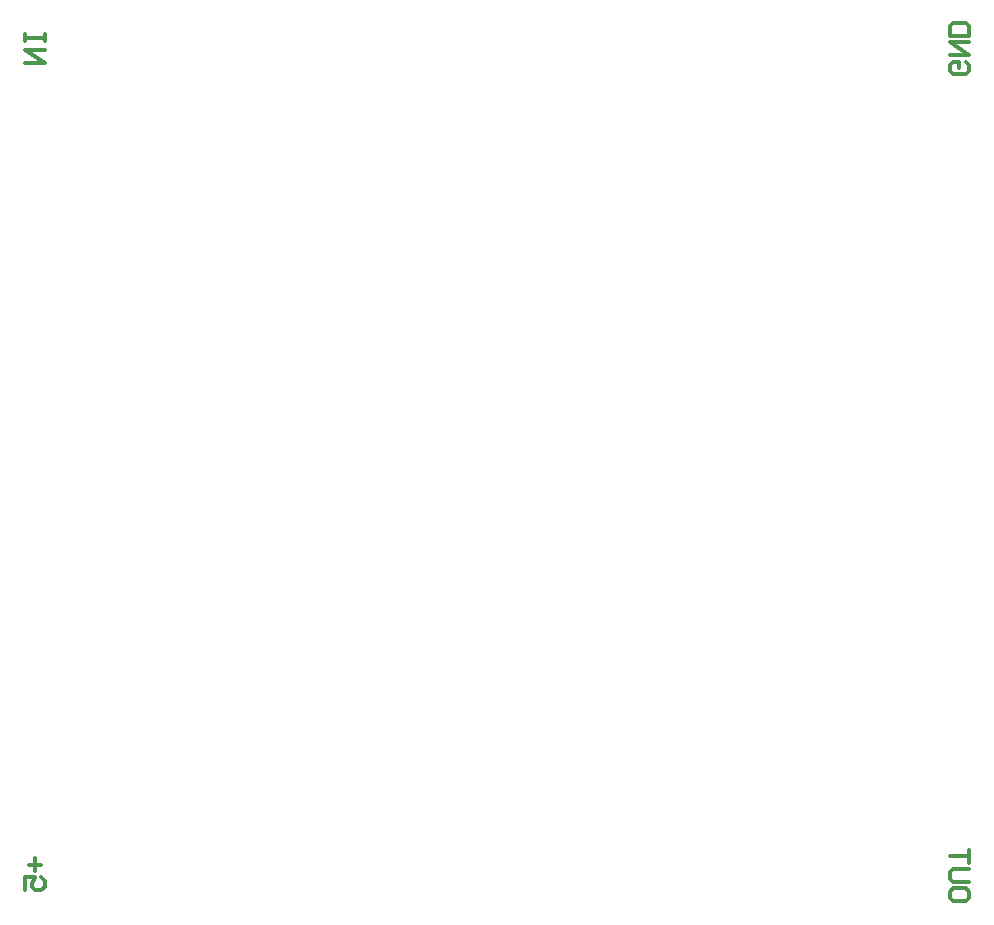
<source format=gbo>
G04*
G04 #@! TF.GenerationSoftware,Altium Limited,Altium Designer,18.1.7 (191)*
G04*
G04 Layer_Color=32896*
%FSLAX25Y25*%
%MOIN*%
G70*
G01*
G75*
%ADD21C,0.01200*%
D21*
X352988Y330268D02*
X354055Y329202D01*
Y327069D01*
X352988Y326003D01*
X348723D01*
X347657Y327069D01*
Y329202D01*
X348723Y330268D01*
X350856D01*
Y328136D01*
X347657Y332401D02*
X354055D01*
X347657Y336666D01*
X354055D01*
Y338799D02*
X347657D01*
Y341998D01*
X348723Y343064D01*
X352988D01*
X354055Y341998D01*
Y338799D01*
X42845Y64745D02*
Y60480D01*
X40712Y62612D02*
X44978D01*
X39646Y54082D02*
Y58347D01*
X42845D01*
X41779Y56214D01*
Y55148D01*
X42845Y54082D01*
X44978D01*
X46044Y55148D01*
Y57281D01*
X44978Y58347D01*
X39646Y339351D02*
Y337218D01*
Y338285D01*
X46044D01*
Y339351D01*
Y337218D01*
Y334020D02*
X39646D01*
X46044Y329754D01*
X39646D01*
X354055Y53612D02*
Y51479D01*
X352988Y50413D01*
X348723D01*
X347657Y51479D01*
Y53612D01*
X348723Y54678D01*
X352988D01*
X354055Y53612D01*
Y56810D02*
X348723D01*
X347657Y57877D01*
Y60009D01*
X348723Y61076D01*
X354055D01*
Y63209D02*
Y67474D01*
Y65341D01*
X347657D01*
M02*

</source>
